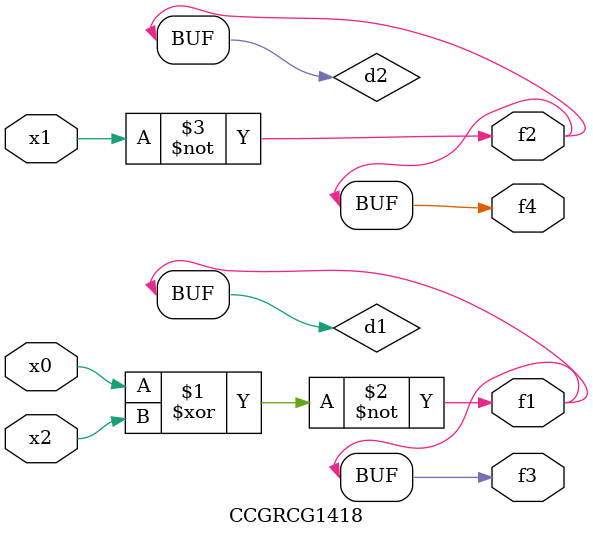
<source format=v>
module CCGRCG1418(
	input x0, x1, x2,
	output f1, f2, f3, f4
);

	wire d1, d2, d3;

	xnor (d1, x0, x2);
	nand (d2, x1);
	nor (d3, x1, x2);
	assign f1 = d1;
	assign f2 = d2;
	assign f3 = d1;
	assign f4 = d2;
endmodule

</source>
